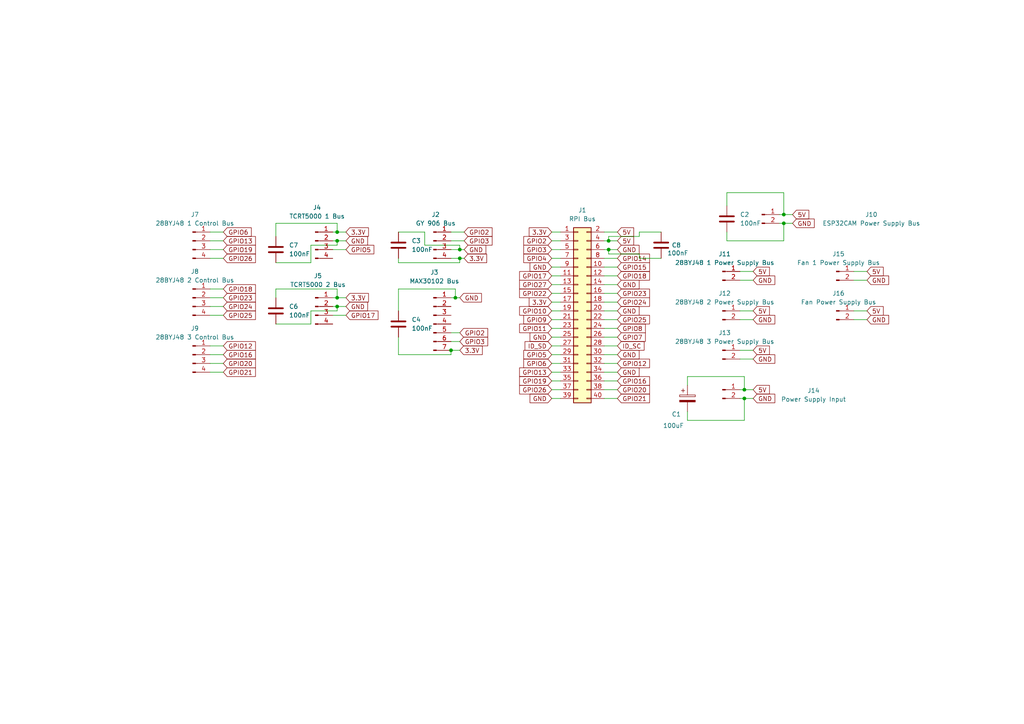
<source format=kicad_sch>
(kicad_sch (version 20231120) (generator "eeschema") (generator_version "8.0")
  (paper "A4")
  (lib_symbols
    (symbol "Connector:Conn_01x02_Pin" (pin_names (offset 1.016) hide)
      (property "Reference" "J" (at 0 2.54 0))
      (property "Value" "Conn_01x02_Pin" (at 0 -5.08 0))
      (symbol "Conn_01x02_Pin_1_1"
        (polyline (pts (xy 1.27 -2.54) (xy 0.8636 -2.54)) (stroke (width 0.1524)))
        (polyline (pts (xy 1.27 0) (xy 0.8636 0)) (stroke (width 0.1524)))
        (rectangle (start 0.8636 -2.413) (end 0 -2.667) (stroke (width 0.1524)) (fill (type outline)))
        (rectangle (start 0.8636 0.127) (end 0 -0.127) (stroke (width 0.1524)) (fill (type outline)))
        (pin passive line (at 5.08 0 180) (length 3.81) (name "Pin_1") (number "1"))
        (pin passive line (at 5.08 -2.54 180) (length 3.81) (name "Pin_2") (number "2"))
      )
    )
    (symbol "Connector:Conn_01x04_Pin" (pin_names (offset 1.016) hide)
      (property "Reference" "J" (at 0 5.08 0))
      (property "Value" "Conn_01x04_Pin" (at 0 -7.62 0))
      (symbol "Conn_01x04_Pin_1_1"
        (polyline (pts (xy 1.27 -5.08) (xy 0.8636 -5.08)) (stroke (width 0.1524)))
        (polyline (pts (xy 1.27 -2.54) (xy 0.8636 -2.54)) (stroke (width 0.1524)))
        (polyline (pts (xy 1.27 0) (xy 0.8636 0)) (stroke (width 0.1524)))
        (polyline (pts (xy 1.27 2.54) (xy 0.8636 2.54)) (stroke (width 0.1524)))
        (rectangle (start 0.8636 -4.953) (end 0 -5.207) (stroke (width 0.1524)) (fill (type outline)))
        (rectangle (start 0.8636 -2.413) (end 0 -2.667) (stroke (width 0.1524)) (fill (type outline)))
        (rectangle (start 0.8636 0.127) (end 0 -0.127) (stroke (width 0.1524)) (fill (type outline)))
        (rectangle (start 0.8636 2.667) (end 0 2.413) (stroke (width 0.1524)) (fill (type outline)))
        (pin passive line (at 5.08 2.54 180) (length 3.81) (name "Pin_1") (number "1"))
        (pin passive line (at 5.08 0 180) (length 3.81) (name "Pin_2") (number "2"))
        (pin passive line (at 5.08 -2.54 180) (length 3.81) (name "Pin_3") (number "3"))
        (pin passive line (at 5.08 -5.08 180) (length 3.81) (name "Pin_4") (number "4"))
      )
    )
    (symbol "Connector:Conn_01x07_Pin" (pin_names (offset 1.016) hide)
      (property "Reference" "J" (at 0 10.16 0))
      (property "Value" "Conn_01x07_Pin" (at 0 -10.16 0))
      (symbol "Conn_01x07_Pin_1_1"
        (polyline (pts (xy 1.27 -7.62) (xy 0.8636 -7.62)) (stroke (width 0.1524)))
        (polyline (pts (xy 1.27 -5.08) (xy 0.8636 -5.08)) (stroke (width 0.1524)))
        (polyline (pts (xy 1.27 -2.54) (xy 0.8636 -2.54)) (stroke (width 0.1524)))
        (polyline (pts (xy 1.27 0) (xy 0.8636 0)) (stroke (width 0.1524)))
        (polyline (pts (xy 1.27 2.54) (xy 0.8636 2.54)) (stroke (width 0.1524)))
        (polyline (pts (xy 1.27 5.08) (xy 0.8636 5.08)) (stroke (width 0.1524)))
        (polyline (pts (xy 1.27 7.62) (xy 0.8636 7.62)) (stroke (width 0.1524)))
        (rectangle (start 0.8636 -7.493) (end 0 -7.747) (stroke (width 0.1524)) (fill (type outline)))
        (rectangle (start 0.8636 -4.953) (end 0 -5.207) (stroke (width 0.1524)) (fill (type outline)))
        (rectangle (start 0.8636 -2.413) (end 0 -2.667) (stroke (width 0.1524)) (fill (type outline)))
        (rectangle (start 0.8636 0.127) (end 0 -0.127) (stroke (width 0.1524)) (fill (type outline)))
        (rectangle (start 0.8636 2.667) (end 0 2.413) (stroke (width 0.1524)) (fill (type outline)))
        (rectangle (start 0.8636 5.207) (end 0 4.953) (stroke (width 0.1524)) (fill (type outline)))
        (rectangle (start 0.8636 7.747) (end 0 7.493) (stroke (width 0.1524)) (fill (type outline)))
        (pin passive line (at 5.08 7.62 180) (length 3.81) (name "Pin_1") (number "1"))
        (pin passive line (at 5.08 5.08 180) (length 3.81) (name "Pin_2") (number "2"))
        (pin passive line (at 5.08 2.54 180) (length 3.81) (name "Pin_3") (number "3"))
        (pin passive line (at 5.08 0 180) (length 3.81) (name "Pin_4") (number "4"))
        (pin passive line (at 5.08 -2.54 180) (length 3.81) (name "Pin_5") (number "5"))
        (pin passive line (at 5.08 -5.08 180) (length 3.81) (name "Pin_6") (number "6"))
        (pin passive line (at 5.08 -7.62 180) (length 3.81) (name "Pin_7") (number "7"))
      )
    )
    (symbol "Connector_Generic:Conn_02x20_Odd_Even" (pin_names (offset 1.016) hide)
      (property "Reference" "J" (at 1.27 25.4 0))
      (property "Value" "Conn_02x20_Odd_Even" (at 1.27 -27.94 0))
      (symbol "Conn_02x20_Odd_Even_1_1"
        (rectangle (start -1.27 -25.273) (end 0 -25.527) (stroke (width 0.1524)))
        (rectangle (start -1.27 -22.733) (end 0 -22.987) (stroke (width 0.1524)))
        (rectangle (start -1.27 -20.193) (end 0 -20.447) (stroke (width 0.1524)))
        (rectangle (start -1.27 -17.653) (end 0 -17.907) (stroke (width 0.1524)))
        (rectangle (start -1.27 -15.113) (end 0 -15.367) (stroke (width 0.1524)))
        (rectangle (start -1.27 -12.573) (end 0 -12.827) (stroke (width 0.1524)))
        (rectangle (start -1.27 -10.033) (end 0 -10.287) (stroke (width 0.1524)))
        (rectangle (start -1.27 -7.493) (end 0 -7.747) (stroke (width 0.1524)))
        (rectangle (start -1.27 -4.953) (end 0 -5.207) (stroke (width 0.1524)))
        (rectangle (start -1.27 -2.413) (end 0 -2.667) (stroke (width 0.1524)))
        (rectangle (start -1.27 0.127) (end 0 -0.127) (stroke (width 0.1524)))
        (rectangle (start -1.27 2.667) (end 0 2.413) (stroke (width 0.1524)))
        (rectangle (start -1.27 5.207) (end 0 4.953) (stroke (width 0.1524)))
        (rectangle (start -1.27 7.747) (end 0 7.493) (stroke (width 0.1524)))
        (rectangle (start -1.27 10.287) (end 0 10.033) (stroke (width 0.1524)))
        (rectangle (start -1.27 12.827) (end 0 12.573) (stroke (width 0.1524)))
        (rectangle (start -1.27 15.367) (end 0 15.113) (stroke (width 0.1524)))
        (rectangle (start -1.27 17.907) (end 0 17.653) (stroke (width 0.1524)))
        (rectangle (start -1.27 20.447) (end 0 20.193) (stroke (width 0.1524)))
        (rectangle (start -1.27 22.987) (end 0 22.733) (stroke (width 0.1524)))
        (rectangle (start -1.27 24.13) (end 3.81 -26.67) (stroke (width 0.254)) (fill (type background)))
        (rectangle (start 3.81 -25.273) (end 2.54 -25.527) (stroke (width 0.1524)))
        (rectangle (start 3.81 -22.733) (end 2.54 -22.987) (stroke (width 0.1524)))
        (rectangle (start 3.81 -20.193) (end 2.54 -20.447) (stroke (width 0.1524)))
        (rectangle (start 3.81 -17.653) (end 2.54 -17.907) (stroke (width 0.1524)))
        (rectangle (start 3.81 -15.113) (end 2.54 -15.367) (stroke (width 0.1524)))
        (rectangle (start 3.81 -12.573) (end 2.54 -12.827) (stroke (width 0.1524)))
        (rectangle (start 3.81 -10.033) (end 2.54 -10.287) (stroke (width 0.1524)))
        (rectangle (start 3.81 -7.493) (end 2.54 -7.747) (stroke (width 0.1524)))
        (rectangle (start 3.81 -4.953) (end 2.54 -5.207) (stroke (width 0.1524)))
        (rectangle (start 3.81 -2.413) (end 2.54 -2.667) (stroke (width 0.1524)))
        (rectangle (start 3.81 0.127) (end 2.54 -0.127) (stroke (width 0.1524)))
        (rectangle (start 3.81 2.667) (end 2.54 2.413) (stroke (width 0.1524)))
        (rectangle (start 3.81 5.207) (end 2.54 4.953) (stroke (width 0.1524)))
        (rectangle (start 3.81 7.747) (end 2.54 7.493) (stroke (width 0.1524)))
        (rectangle (start 3.81 10.287) (end 2.54 10.033) (stroke (width 0.1524)))
        (rectangle (start 3.81 12.827) (end 2.54 12.573) (stroke (width 0.1524)))
        (rectangle (start 3.81 15.367) (end 2.54 15.113) (stroke (width 0.1524)))
        (rectangle (start 3.81 17.907) (end 2.54 17.653) (stroke (width 0.1524)))
        (rectangle (start 3.81 20.447) (end 2.54 20.193) (stroke (width 0.1524)))
        (rectangle (start 3.81 22.987) (end 2.54 22.733) (stroke (width 0.1524)))
        (pin passive line (at -5.08 22.86 0) (length 3.81) (name "Pin_1") (number "1"))
        (pin passive line (at 7.62 12.7 180) (length 3.81) (name "Pin_10") (number "10"))
        (pin passive line (at -5.08 10.16 0) (length 3.81) (name "Pin_11") (number "11"))
        (pin passive line (at 7.62 10.16 180) (length 3.81) (name "Pin_12") (number "12"))
        (pin passive line (at -5.08 7.62 0) (length 3.81) (name "Pin_13") (number "13"))
        (pin passive line (at 7.62 7.62 180) (length 3.81) (name "Pin_14") (number "14"))
        (pin passive line (at -5.08 5.08 0) (length 3.81) (name "Pin_15") (number "15"))
        (pin passive line (at 7.62 5.08 180) (length 3.81) (name "Pin_16") (number "16"))
        (pin passive line (at -5.08 2.54 0) (length 3.81) (name "Pin_17") (number "17"))
        (pin passive line (at 7.62 2.54 180) (length 3.81) (name "Pin_18") (number "18"))
        (pin passive line (at -5.08 0 0) (length 3.81) (name "Pin_19") (number "19"))
        (pin passive line (at 7.62 22.86 180) (length 3.81) (name "Pin_2") (number "2"))
        (pin passive line (at 7.62 0 180) (length 3.81) (name "Pin_20") (number "20"))
        (pin passive line (at -5.08 -2.54 0) (length 3.81) (name "Pin_21") (number "21"))
        (pin passive line (at 7.62 -2.54 180) (length 3.81) (name "Pin_22") (number "22"))
        (pin passive line (at -5.08 -5.08 0) (length 3.81) (name "Pin_23") (number "23"))
        (pin passive line (at 7.62 -5.08 180) (length 3.81) (name "Pin_24") (number "24"))
        (pin passive line (at -5.08 -7.62 0) (length 3.81) (name "Pin_25") (number "25"))
        (pin passive line (at 7.62 -7.62 180) (length 3.81) (name "Pin_26") (number "26"))
        (pin passive line (at -5.08 -10.16 0) (length 3.81) (name "Pin_27") (number "27"))
        (pin passive line (at 7.62 -10.16 180) (length 3.81) (name "Pin_28") (number "28"))
        (pin passive line (at -5.08 -12.7 0) (length 3.81) (name "Pin_29") (number "29"))
        (pin passive line (at -5.08 20.32 0) (length 3.81) (name "Pin_3") (number "3"))
        (pin passive line (at 7.62 -12.7 180) (length 3.81) (name "Pin_30") (number "30"))
        (pin passive line (at -5.08 -15.24 0) (length 3.81) (name "Pin_31") (number "31"))
        (pin passive line (at 7.62 -15.24 180) (length 3.81) (name "Pin_32") (number "32"))
        (pin passive line (at -5.08 -17.78 0) (length 3.81) (name "Pin_33") (number "33"))
        (pin passive line (at 7.62 -17.78 180) (length 3.81) (name "Pin_34") (number "34"))
        (pin passive line (at -5.08 -20.32 0) (length 3.81) (name "Pin_35") (number "35"))
        (pin passive line (at 7.62 -20.32 180) (length 3.81) (name "Pin_36") (number "36"))
        (pin passive line (at -5.08 -22.86 0) (length 3.81) (name "Pin_37") (number "37"))
        (pin passive line (at 7.62 -22.86 180) (length 3.81) (name "Pin_38") (number "38"))
        (pin passive line (at -5.08 -25.4 0) (length 3.81) (name "Pin_39") (number "39"))
        (pin passive line (at 7.62 20.32 180) (length 3.81) (name "Pin_4") (number "4"))
        (pin passive line (at 7.62 -25.4 180) (length 3.81) (name "Pin_40") (number "40"))
        (pin passive line (at -5.08 17.78 0) (length 3.81) (name "Pin_5") (number "5"))
        (pin passive line (at 7.62 17.78 180) (length 3.81) (name "Pin_6") (number "6"))
        (pin passive line (at -5.08 15.24 0) (length 3.81) (name "Pin_7") (number "7"))
        (pin passive line (at 7.62 15.24 180) (length 3.81) (name "Pin_8") (number "8"))
        (pin passive line (at -5.08 12.7 0) (length 3.81) (name "Pin_9") (number "9"))
      )
    )
    (symbol "Device:C" (pin_numbers hide) (pin_names (offset 0.254))
      (property "Reference" "C" (at 0.635 2.54 0))
      (property "Value" "C" (at 0.635 -2.54 0))
      (symbol "C_0_1"
        (polyline (pts (xy -2.032 -0.762) (xy 2.032 -0.762)) (stroke (width 0.508)))
        (polyline (pts (xy -2.032 0.762) (xy 2.032 0.762)) (stroke (width 0.508)))
      )
      (symbol "C_1_1"
        (pin passive line (at 0 3.81 270) (length 2.794) (name "~") (number "1"))
        (pin passive line (at 0 -3.81 90) (length 2.794) (name "~") (number "2"))
      )
    )
    (symbol "Device:C_Polarized" (pin_numbers hide) (pin_names (offset 0.254))
      (property "Reference" "C" (at 0.635 2.54 0))
      (property "Value" "C_Polarized" (at 0.635 -2.54 0))
      (symbol "C_Polarized_0_1"
        (rectangle (start -2.286 0.508) (end 2.286 1.016))
        (polyline (pts (xy -1.778 2.286) (xy -0.762 2.286)))
        (polyline (pts (xy -1.27 2.794) (xy -1.27 1.778)))
        (rectangle (start 2.286 -0.508) (end -2.286 -1.016) (fill (type outline)))
      )
      (symbol "C_Polarized_1_1"
        (pin passive line (at 0 3.81 270) (length 2.794) (name "~") (number "1"))
        (pin passive line (at 0 -3.81 90) (length 2.794) (name "~") (number "2"))
      )
    )
  )
  (junction (at 176.53 69.85))
  (junction (at 227.33 64.77))
  (junction (at 132.08 86.36))
  (junction (at 176.53 72.39))
  (junction (at 130.81 101.6))
  (junction (at 227.33 62.23))
  (junction (at 97.79 88.9))
  (junction (at 97.79 69.85))
  (junction (at 215.9 115.57))
  (junction (at 133.35 72.39))
  (junction (at 97.79 86.36))
  (junction (at 215.9 113.03))
  (junction (at 97.79 67.31))
  (junction (at 133.35 74.93))
  (wire (pts (xy 185.42 68.58) (xy 176.53 68.58)))
  (wire (pts (xy 175.26 107.95) (xy 179.07 107.95)))
  (wire (pts (xy 175.26 69.85) (xy 176.53 69.85)))
  (wire (pts (xy 115.57 74.93) (xy 115.57 76.2)))
  (wire (pts (xy 132.08 86.36) (xy 133.35 86.36)))
  (wire (pts (xy 175.26 97.79) (xy 179.07 97.79)))
  (wire (pts (xy 227.33 62.23) (xy 229.87 62.23)))
  (wire (pts (xy 175.26 67.31) (xy 179.07 67.31)))
  (wire (pts (xy 97.79 64.77) (xy 97.79 67.31)))
  (wire (pts (xy 96.52 86.36) (xy 97.79 86.36)))
  (wire (pts (xy 130.81 101.6) (xy 133.35 101.6)))
  (wire (pts (xy 175.26 87.63) (xy 179.07 87.63)))
  (wire (pts (xy 175.26 113.03) (xy 179.07 113.03)))
  (wire (pts (xy 160.02 74.93) (xy 162.56 74.93)))
  (wire (pts (xy 199.39 121.92) (xy 215.9 121.92)))
  (wire (pts (xy 175.26 77.47) (xy 179.07 77.47)))
  (wire (pts (xy 130.81 96.52) (xy 133.35 96.52)))
  (wire (pts (xy 60.96 107.95) (xy 64.77 107.95)))
  (wire (pts (xy 227.33 55.88) (xy 227.33 62.23)))
  (wire (pts (xy 115.57 97.79) (xy 115.57 102.87)))
  (wire (pts (xy 97.79 69.85) (xy 100.33 69.85)))
  (wire (pts (xy 123.19 67.31) (xy 123.19 71.12)))
  (wire (pts (xy 80.01 68.58) (xy 80.01 64.77)))
  (wire (pts (xy 97.79 88.9) (xy 100.33 88.9)))
  (wire (pts (xy 160.02 105.41) (xy 162.56 105.41)))
  (wire (pts (xy 215.9 109.22) (xy 215.9 113.03)))
  (wire (pts (xy 160.02 102.87) (xy 162.56 102.87)))
  (wire (pts (xy 160.02 77.47) (xy 162.56 77.47)))
  (wire (pts (xy 175.26 74.93) (xy 179.07 74.93)))
  (wire (pts (xy 176.53 68.58) (xy 176.53 69.85)))
  (wire (pts (xy 210.82 55.88) (xy 227.33 55.88)))
  (wire (pts (xy 176.53 73.66) (xy 176.53 72.39)))
  (wire (pts (xy 199.39 109.22) (xy 215.9 109.22)))
  (wire (pts (xy 80.01 76.2) (xy 90.17 76.2)))
  (wire (pts (xy 90.17 76.2) (xy 90.17 71.12)))
  (wire (pts (xy 214.63 113.03) (xy 215.9 113.03)))
  (wire (pts (xy 215.9 115.57) (xy 218.44 115.57)))
  (wire (pts (xy 199.39 119.38) (xy 199.39 121.92)))
  (wire (pts (xy 215.9 121.92) (xy 215.9 115.57)))
  (wire (pts (xy 160.02 115.57) (xy 162.56 115.57)))
  (wire (pts (xy 96.52 91.44) (xy 100.33 91.44)))
  (wire (pts (xy 130.81 99.06) (xy 133.35 99.06)))
  (wire (pts (xy 130.81 69.85) (xy 134.62 69.85)))
  (wire (pts (xy 160.02 85.09) (xy 162.56 85.09)))
  (wire (pts (xy 160.02 82.55) (xy 162.56 82.55)))
  (wire (pts (xy 60.96 105.41) (xy 64.77 105.41)))
  (wire (pts (xy 60.96 72.39) (xy 64.77 72.39)))
  (wire (pts (xy 115.57 67.31) (xy 123.19 67.31)))
  (wire (pts (xy 97.79 71.12) (xy 97.79 69.85)))
  (wire (pts (xy 191.77 74.93) (xy 185.42 74.93)))
  (wire (pts (xy 226.06 64.77) (xy 227.33 64.77)))
  (wire (pts (xy 97.79 90.17) (xy 97.79 88.9)))
  (wire (pts (xy 133.35 71.12) (xy 133.35 72.39)))
  (wire (pts (xy 160.02 100.33) (xy 162.56 100.33)))
  (wire (pts (xy 247.65 90.17) (xy 251.46 90.17)))
  (wire (pts (xy 247.65 78.74) (xy 251.46 78.74)))
  (wire (pts (xy 80.01 64.77) (xy 97.79 64.77)))
  (wire (pts (xy 175.26 100.33) (xy 179.07 100.33)))
  (wire (pts (xy 96.52 67.31) (xy 97.79 67.31)))
  (wire (pts (xy 115.57 102.87) (xy 130.81 102.87)))
  (wire (pts (xy 214.63 81.28) (xy 218.44 81.28)))
  (wire (pts (xy 80.01 83.82) (xy 97.79 83.82)))
  (wire (pts (xy 132.08 86.36) (xy 130.81 86.36)))
  (wire (pts (xy 175.26 85.09) (xy 179.07 85.09)))
  (wire (pts (xy 60.96 102.87) (xy 64.77 102.87)))
  (wire (pts (xy 185.42 67.31) (xy 185.42 68.58)))
  (wire (pts (xy 115.57 76.2) (xy 133.35 76.2)))
  (wire (pts (xy 214.63 115.57) (xy 215.9 115.57)))
  (wire (pts (xy 123.19 71.12) (xy 133.35 71.12)))
  (wire (pts (xy 175.26 80.01) (xy 179.07 80.01)))
  (wire (pts (xy 160.02 69.85) (xy 162.56 69.85)))
  (wire (pts (xy 176.53 69.85) (xy 179.07 69.85)))
  (wire (pts (xy 214.63 101.6) (xy 218.44 101.6)))
  (wire (pts (xy 175.26 115.57) (xy 179.07 115.57)))
  (wire (pts (xy 130.81 72.39) (xy 133.35 72.39)))
  (wire (pts (xy 215.9 113.03) (xy 218.44 113.03)))
  (wire (pts (xy 176.53 72.39) (xy 179.07 72.39)))
  (wire (pts (xy 60.96 74.93) (xy 64.77 74.93)))
  (wire (pts (xy 60.96 69.85) (xy 64.77 69.85)))
  (wire (pts (xy 60.96 83.82) (xy 64.77 83.82)))
  (wire (pts (xy 97.79 86.36) (xy 100.33 86.36)))
  (wire (pts (xy 160.02 113.03) (xy 162.56 113.03)))
  (wire (pts (xy 97.79 83.82) (xy 97.79 86.36)))
  (wire (pts (xy 96.52 88.9) (xy 97.79 88.9)))
  (wire (pts (xy 160.02 92.71) (xy 162.56 92.71)))
  (wire (pts (xy 175.26 105.41) (xy 179.07 105.41)))
  (wire (pts (xy 175.26 102.87) (xy 179.07 102.87)))
  (wire (pts (xy 199.39 111.76) (xy 199.39 109.22)))
  (wire (pts (xy 97.79 67.31) (xy 100.33 67.31)))
  (wire (pts (xy 247.65 92.71) (xy 251.46 92.71)))
  (wire (pts (xy 115.57 83.82) (xy 132.08 83.82)))
  (wire (pts (xy 130.81 74.93) (xy 133.35 74.93)))
  (wire (pts (xy 227.33 64.77) (xy 229.87 64.77)))
  (wire (pts (xy 160.02 87.63) (xy 162.56 87.63)))
  (wire (pts (xy 60.96 100.33) (xy 64.77 100.33)))
  (wire (pts (xy 227.33 69.85) (xy 227.33 64.77)))
  (wire (pts (xy 160.02 67.31) (xy 162.56 67.31)))
  (wire (pts (xy 214.63 78.74) (xy 218.44 78.74)))
  (wire (pts (xy 132.08 83.82) (xy 132.08 86.36)))
  (wire (pts (xy 214.63 92.71) (xy 218.44 92.71)))
  (wire (pts (xy 191.77 67.31) (xy 185.42 67.31)))
  (wire (pts (xy 210.82 67.31) (xy 210.82 69.85)))
  (wire (pts (xy 160.02 95.25) (xy 162.56 95.25)))
  (wire (pts (xy 133.35 76.2) (xy 133.35 74.93)))
  (wire (pts (xy 175.26 72.39) (xy 176.53 72.39)))
  (wire (pts (xy 90.17 90.17) (xy 97.79 90.17)))
  (wire (pts (xy 160.02 110.49) (xy 162.56 110.49)))
  (wire (pts (xy 160.02 80.01) (xy 162.56 80.01)))
  (wire (pts (xy 90.17 93.98) (xy 90.17 90.17)))
  (wire (pts (xy 185.42 74.93) (xy 185.42 73.66)))
  (wire (pts (xy 133.35 74.93) (xy 134.62 74.93)))
  (wire (pts (xy 115.57 90.17) (xy 115.57 83.82)))
  (wire (pts (xy 160.02 97.79) (xy 162.56 97.79)))
  (wire (pts (xy 210.82 69.85) (xy 227.33 69.85)))
  (wire (pts (xy 60.96 86.36) (xy 64.77 86.36)))
  (wire (pts (xy 247.65 81.28) (xy 251.46 81.28)))
  (wire (pts (xy 175.26 95.25) (xy 179.07 95.25)))
  (wire (pts (xy 60.96 88.9) (xy 64.77 88.9)))
  (wire (pts (xy 130.81 102.87) (xy 130.81 101.6)))
  (wire (pts (xy 96.52 72.39) (xy 100.33 72.39)))
  (wire (pts (xy 210.82 59.69) (xy 210.82 55.88)))
  (wire (pts (xy 90.17 71.12) (xy 97.79 71.12)))
  (wire (pts (xy 214.63 104.14) (xy 218.44 104.14)))
  (wire (pts (xy 130.81 67.31) (xy 134.62 67.31)))
  (wire (pts (xy 60.96 67.31) (xy 64.77 67.31)))
  (wire (pts (xy 214.63 90.17) (xy 218.44 90.17)))
  (wire (pts (xy 133.35 72.39) (xy 134.62 72.39)))
  (wire (pts (xy 175.26 110.49) (xy 179.07 110.49)))
  (wire (pts (xy 80.01 93.98) (xy 90.17 93.98)))
  (wire (pts (xy 175.26 90.17) (xy 179.07 90.17)))
  (wire (pts (xy 160.02 72.39) (xy 162.56 72.39)))
  (wire (pts (xy 160.02 107.95) (xy 162.56 107.95)))
  (wire (pts (xy 60.96 91.44) (xy 64.77 91.44)))
  (wire (pts (xy 175.26 82.55) (xy 179.07 82.55)))
  (wire (pts (xy 80.01 86.36) (xy 80.01 83.82)))
  (wire (pts (xy 226.06 62.23) (xy 227.33 62.23)))
  (wire (pts (xy 160.02 90.17) (xy 162.56 90.17)))
  (wire (pts (xy 175.26 92.71) (xy 179.07 92.71)))
  (wire (pts (xy 185.42 73.66) (xy 176.53 73.66)))
  (wire (pts (xy 96.52 69.85) (xy 97.79 69.85)))
  (global_label "GPIO14" (shape input) (at 179.07 74.93 0) (property "Intersheetrefs" "${INTERSHEET_REFS}" (effects (hide yes))))
  (global_label "5V" (shape input) (at 218.44 78.74 0) (property "Intersheetrefs" "${INTERSHEET_REFS}" (effects (hide yes))))
  (global_label "3.3V" (shape input) (at 100.33 67.31 0) (property "Intersheetrefs" "${INTERSHEET_REFS}" (effects (hide yes))))
  (global_label "GND" (shape input) (at 251.46 92.71 0) (property "Intersheetrefs" "${INTERSHEET_REFS}" (effects (hide yes))))
  (global_label "GPIO26" (shape input) (at 64.77 74.93 0) (property "Intersheetrefs" "${INTERSHEET_REFS}" (effects (hide yes))))
  (global_label "GND" (shape input) (at 218.44 104.14 0) (property "Intersheetrefs" "${INTERSHEET_REFS}" (effects (hide yes))))
  (global_label "GPIO18" (shape input) (at 179.07 80.01 0) (property "Intersheetrefs" "${INTERSHEET_REFS}" (effects (hide yes))))
  (global_label "3.3V" (shape input) (at 133.35 101.6 0) (property "Intersheetrefs" "${INTERSHEET_REFS}" (effects (hide yes))))
  (global_label "GND" (shape input) (at 100.33 69.85 0) (property "Intersheetrefs" "${INTERSHEET_REFS}" (effects (hide yes))))
  (global_label "GPIO21" (shape input) (at 179.07 115.57 0) (property "Intersheetrefs" "${INTERSHEET_REFS}" (effects (hide yes))))
  (global_label "GPIO25" (shape input) (at 64.77 91.44 0) (property "Intersheetrefs" "${INTERSHEET_REFS}" (effects (hide yes))))
  (global_label "GPIO2" (shape input) (at 134.62 67.31 0) (property "Intersheetrefs" "${INTERSHEET_REFS}" (effects (hide yes))))
  (global_label "GND" (shape input) (at 160.02 115.57 180) (property "Intersheetrefs" "${INTERSHEET_REFS}" (effects (hide yes))))
  (global_label "GPIO16" (shape input) (at 179.07 110.49 0) (property "Intersheetrefs" "${INTERSHEET_REFS}" (effects (hide yes))))
  (global_label "5V" (shape input) (at 229.87 62.23 0) (property "Intersheetrefs" "${INTERSHEET_REFS}" (effects (hide yes))))
  (global_label "GPIO11" (shape input) (at 160.02 95.25 180) (property "Intersheetrefs" "${INTERSHEET_REFS}" (effects (hide yes))))
  (global_label "GPIO24" (shape input) (at 64.77 88.9 0) (property "Intersheetrefs" "${INTERSHEET_REFS}" (effects (hide yes))))
  (global_label "GND" (shape input) (at 229.87 64.77 0) (property "Intersheetrefs" "${INTERSHEET_REFS}" (effects (hide yes))))
  (global_label "GND" (shape input) (at 179.07 102.87 0) (property "Intersheetrefs" "${INTERSHEET_REFS}" (effects (hide yes))))
  (global_label "5V" (shape input) (at 218.44 113.03 0) (property "Intersheetrefs" "${INTERSHEET_REFS}" (effects (hide yes))))
  (global_label "5V" (shape input) (at 251.46 90.17 0) (property "Intersheetrefs" "${INTERSHEET_REFS}" (effects (hide yes))))
  (global_label "GPIO10" (shape input) (at 160.02 90.17 180) (property "Intersheetrefs" "${INTERSHEET_REFS}" (effects (hide yes))))
  (global_label "GPIO13" (shape input) (at 160.02 107.95 180) (property "Intersheetrefs" "${INTERSHEET_REFS}" (effects (hide yes))))
  (global_label "GND" (shape input) (at 179.07 82.55 0) (property "Intersheetrefs" "${INTERSHEET_REFS}" (effects (hide yes))))
  (global_label "GPIO12" (shape input) (at 179.07 105.41 0) (property "Intersheetrefs" "${INTERSHEET_REFS}" (effects (hide yes))))
  (global_label "GPIO23" (shape input) (at 64.77 86.36 0) (property "Intersheetrefs" "${INTERSHEET_REFS}" (effects (hide yes))))
  (global_label "GPIO25" (shape input) (at 179.07 92.71 0) (property "Intersheetrefs" "${INTERSHEET_REFS}" (effects (hide yes))))
  (global_label "GPIO20" (shape input) (at 179.07 113.03 0) (property "Intersheetrefs" "${INTERSHEET_REFS}" (effects (hide yes))))
  (global_label "GND" (shape input) (at 160.02 77.47 180) (property "Intersheetrefs" "${INTERSHEET_REFS}" (effects (hide yes))))
  (global_label "GND" (shape input) (at 251.46 81.28 0) (property "Intersheetrefs" "${INTERSHEET_REFS}" (effects (hide yes))))
  (global_label "GPIO21" (shape input) (at 64.77 107.95 0) (property "Intersheetrefs" "${INTERSHEET_REFS}" (effects (hide yes))))
  (global_label "3.3V" (shape input) (at 134.62 74.93 0) (property "Intersheetrefs" "${INTERSHEET_REFS}" (effects (hide yes))))
  (global_label "GPIO9" (shape input) (at 160.02 92.71 180) (property "Intersheetrefs" "${INTERSHEET_REFS}" (effects (hide yes))))
  (global_label "5V" (shape input) (at 218.44 101.6 0) (property "Intersheetrefs" "${INTERSHEET_REFS}" (effects (hide yes))))
  (global_label "GPIO20" (shape input) (at 64.77 105.41 0) (property "Intersheetrefs" "${INTERSHEET_REFS}" (effects (hide yes))))
  (global_label "GPIO6" (shape input) (at 160.02 105.41 180) (property "Intersheetrefs" "${INTERSHEET_REFS}" (effects (hide yes))))
  (global_label "GPIO3" (shape input) (at 134.62 69.85 0) (property "Intersheetrefs" "${INTERSHEET_REFS}" (effects (hide yes))))
  (global_label "GPIO15" (shape input) (at 179.07 77.47 0) (property "Intersheetrefs" "${INTERSHEET_REFS}" (effects (hide yes))))
  (global_label "5V" (shape input) (at 179.07 67.31 0) (property "Intersheetrefs" "${INTERSHEET_REFS}" (effects (hide yes))))
  (global_label "GND" (shape input) (at 179.07 72.39 0) (property "Intersheetrefs" "${INTERSHEET_REFS}" (effects (hide yes))))
  (global_label "GPIO2" (shape input) (at 133.35 96.52 0) (property "Intersheetrefs" "${INTERSHEET_REFS}" (effects (hide yes))))
  (global_label "GPIO6" (shape input) (at 64.77 67.31 0) (property "Intersheetrefs" "${INTERSHEET_REFS}" (effects (hide yes))))
  (global_label "GPIO8" (shape input) (at 179.07 95.25 0) (property "Intersheetrefs" "${INTERSHEET_REFS}" (effects (hide yes))))
  (global_label "5V" (shape input) (at 251.46 78.74 0) (property "Intersheetrefs" "${INTERSHEET_REFS}" (effects (hide yes))))
  (global_label "GND" (shape input) (at 179.07 107.95 0) (property "Intersheetrefs" "${INTERSHEET_REFS}" (effects (hide yes))))
  (global_label "5V" (shape input) (at 179.07 69.85 0) (property "Intersheetrefs" "${INTERSHEET_REFS}" (effects (hide yes))))
  (global_label "GPIO2" (shape input) (at 160.02 69.85 180) (property "Intersheetrefs" "${INTERSHEET_REFS}" (effects (hide yes))))
  (global_label "GND" (shape input) (at 100.33 88.9 0) (property "Intersheetrefs" "${INTERSHEET_REFS}" (effects (hide yes))))
  (global_label "GND" (shape input) (at 133.35 86.36 0) (property "Intersheetrefs" "${INTERSHEET_REFS}" (effects (hide yes))))
  (global_label "ID_SC" (shape input) (at 179.07 100.33 0) (property "Intersheetrefs" "${INTERSHEET_REFS}" (effects (hide yes))))
  (global_label "GND" (shape input) (at 218.44 81.28 0) (property "Intersheetrefs" "${INTERSHEET_REFS}" (effects (hide yes))))
  (global_label "GPIO7" (shape input) (at 179.07 97.79 0) (property "Intersheetrefs" "${INTERSHEET_REFS}" (effects (hide yes))))
  (global_label "GPIO22" (shape input) (at 160.02 85.09 180) (property "Intersheetrefs" "${INTERSHEET_REFS}" (effects (hide yes))))
  (global_label "ID_SD" (shape input) (at 160.02 100.33 180) (property "Intersheetrefs" "${INTERSHEET_REFS}" (effects (hide yes))))
  (global_label "GPIO19" (shape input) (at 64.77 72.39 0) (property "Intersheetrefs" "${INTERSHEET_REFS}" (effects (hide yes))))
  (global_label "GPIO16" (shape input) (at 64.77 102.87 0) (property "Intersheetrefs" "${INTERSHEET_REFS}" (effects (hide yes))))
  (global_label "GPIO3" (shape input) (at 133.35 99.06 0) (property "Intersheetrefs" "${INTERSHEET_REFS}" (effects (hide yes))))
  (global_label "3.3V" (shape input) (at 160.02 67.31 180) (property "Intersheetrefs" "${INTERSHEET_REFS}" (effects (hide yes))))
  (global_label "GND" (shape input) (at 179.07 90.17 0) (property "Intersheetrefs" "${INTERSHEET_REFS}" (effects (hide yes))))
  (global_label "GND" (shape input) (at 160.02 97.79 180) (property "Intersheetrefs" "${INTERSHEET_REFS}" (effects (hide yes))))
  (global_label "GPIO26" (shape input) (at 160.02 113.03 180) (property "Intersheetrefs" "${INTERSHEET_REFS}" (effects (hide yes))))
  (global_label "5V" (shape input) (at 218.44 90.17 0) (property "Intersheetrefs" "${INTERSHEET_REFS}" (effects (hide yes))))
  (global_label "GPIO24" (shape input) (at 179.07 87.63 0) (property "Intersheetrefs" "${INTERSHEET_REFS}" (effects (hide yes))))
  (global_label "GPIO18" (shape input) (at 64.77 83.82 0) (property "Intersheetrefs" "${INTERSHEET_REFS}" (effects (hide yes))))
  (global_label "GPIO5" (shape input) (at 160.02 102.87 180) (property "Intersheetrefs" "${INTERSHEET_REFS}" (effects (hide yes))))
  (global_label "GPIO12" (shape input) (at 64.77 100.33 0) (property "Intersheetrefs" "${INTERSHEET_REFS}" (effects (hide yes))))
  (global_label "GPIO17" (shape input) (at 100.33 91.44 0) (property "Intersheetrefs" "${INTERSHEET_REFS}" (effects (hide yes))))
  (global_label "GPIO19" (shape input) (at 160.02 110.49 180) (property "Intersheetrefs" "${INTERSHEET_REFS}" (effects (hide yes))))
  (global_label "GPIO27" (shape input) (at 160.02 82.55 180) (property "Intersheetrefs" "${INTERSHEET_REFS}" (effects (hide yes))))
  (global_label "GPIO4" (shape input) (at 160.02 74.93 180) (property "Intersheetrefs" "${INTERSHEET_REFS}" (effects (hide yes))))
  (global_label "3.3V" (shape input) (at 100.33 86.36 0) (property "Intersheetrefs" "${INTERSHEET_REFS}" (effects (hide yes))))
  (global_label "GND" (shape input) (at 134.62 72.39 0) (property "Intersheetrefs" "${INTERSHEET_REFS}" (effects (hide yes))))
  (global_label "GPIO23" (shape input) (at 179.07 85.09 0) (property "Intersheetrefs" "${INTERSHEET_REFS}" (effects (hide yes))))
  (global_label "GND" (shape input) (at 218.44 115.57 0) (property "Intersheetrefs" "${INTERSHEET_REFS}" (effects (hide yes))))
  (global_label "GPIO3" (shape input) (at 160.02 72.39 180) (property "Intersheetrefs" "${INTERSHEET_REFS}" (effects (hide yes))))
  (global_label "GPIO13" (shape input) (at 64.77 69.85 0) (property "Intersheetrefs" "${INTERSHEET_REFS}" (effects (hide yes))))
  (global_label "GND" (shape input) (at 218.44 92.71 0) (property "Intersheetrefs" "${INTERSHEET_REFS}" (effects (hide yes))))
  (global_label "GPIO5" (shape input) (at 100.33 72.39 0) (property "Intersheetrefs" "${INTERSHEET_REFS}" (effects (hide yes))))
  (global_label "GPIO17" (shape input) (at 160.02 80.01 180) (property "Intersheetrefs" "${INTERSHEET_REFS}" (effects (hide yes))))
  (global_label "3.3V" (shape input) (at 160.02 87.63 180) (property "Intersheetrefs" "${INTERSHEET_REFS}" (effects (hide yes))))
  (symbol (lib_id "Device:C") (at 191.77 71.12 0) (unit 1)
    (property "Reference" "C8" (at 194.818 71.12 0) (effects (justify left)))
    (property "Value" "100nF" (at 193.548 73.406 0) (effects (justify left)))
    (property "Footprint" "Capacitor_THT:C_Disc_D4.3mm_W1.9mm_P5.00mm" (effects (hide yes)))
    (property "Description" "Unpolarized capacitor" (effects (hide yes)))
  )
  (symbol (lib_id "Connector:Conn_01x02_Pin") (at 220.98 62.23 0) (unit 1)
    (property "Reference" "J10" (at 252.73 62.23 0))
    (property "Value" "ESP32CAM Power Supply Bus" (at 252.73 64.77 0))
    (property "Footprint" "Connector_PinHeader_2.54mm:PinHeader_1x02_P2.54mm_Vertical" (effects (hide yes)))
    (property "Description" "Generic connector, single row, 01x02, script generated" (effects (hide yes)))
  )
  (symbol (lib_id "Connector:Conn_01x02_Pin") (at 242.57 90.17 0) (unit 1)
    (property "Reference" "J16" (at 243.205 85.09 0))
    (property "Value" "Fan Power Supply Bus" (at 243.205 87.63 0))
    (property "Footprint" "Connector_PinHeader_2.54mm:PinHeader_1x02_P2.54mm_Vertical" (effects (hide yes)))
    (property "Description" "Generic connector, single row, 01x02, script generated" (effects (hide yes)))
  )
  (symbol (lib_id "Connector:Conn_01x04_Pin") (at 91.44 69.85 0) (unit 1)
    (property "Reference" "J4" (at 91.948 60.198 0))
    (property "Value" "TCRT5000 1 Bus" (at 91.948 62.738 0))
    (property "Footprint" "Connector_PinHeader_2.54mm:PinHeader_1x04_P2.54mm_Vertical" (effects (hide yes)))
    (property "Description" "Generic connector, single row, 01x04, script generated" (effects (hide yes)))
  )
  (symbol (lib_id "Connector:Conn_01x07_Pin") (at 125.73 93.98 0) (unit 1)
    (property "Reference" "J3" (at 125.984 78.994 0))
    (property "Value" "MAX30102 Bus" (at 125.984 81.534 0))
    (property "Footprint" "Connector_PinHeader_2.54mm:PinHeader_1x07_P2.54mm_Vertical" (effects (hide yes)))
    (property "Description" "Generic connector, single row, 01x07, script generated" (effects (hide yes)))
  )
  (symbol (lib_id "Connector:Conn_01x04_Pin") (at 55.88 86.36 0) (unit 1)
    (property "Reference" "J8" (at 56.515 78.74 0))
    (property "Value" "28BYJ48 2 Control Bus" (at 56.515 81.28 0))
    (property "Footprint" "Connector_PinHeader_2.54mm:PinHeader_1x04_P2.54mm_Vertical" (effects (hide yes)))
    (property "Description" "Generic connector, single row, 01x04, script generated" (effects (hide yes)))
  )
  (symbol (lib_id "Connector:Conn_01x04_Pin") (at 55.88 102.87 0) (unit 1)
    (property "Reference" "J9" (at 56.515 95.25 0))
    (property "Value" "28BYJ48 3 Control Bus" (at 56.515 97.79 0))
    (property "Footprint" "Connector_PinHeader_2.54mm:PinHeader_1x04_P2.54mm_Vertical" (effects (hide yes)))
    (property "Description" "Generic connector, single row, 01x04, script generated" (effects (hide yes)))
  )
  (symbol (lib_id "Device:C") (at 80.01 90.17 0) (unit 1)
    (property "Reference" "C6" (at 83.82 88.8999 0) (effects (justify left)))
    (property "Value" "100nF" (at 83.82 91.4399 0) (effects (justify left)))
    (property "Footprint" "Capacitor_THT:C_Disc_D4.3mm_W1.9mm_P5.00mm" (effects (hide yes)))
    (property "Description" "Unpolarized capacitor" (effects (hide yes)))
  )
  (symbol (lib_id "Connector:Conn_01x02_Pin") (at 209.55 101.6 0) (unit 1)
    (property "Reference" "J13" (at 210.185 96.52 0))
    (property "Value" "28BYJ48 3 Power Supply Bus" (at 210.185 99.06 0))
    (property "Footprint" "Connector_PinHeader_2.54mm:PinHeader_1x02_P2.54mm_Vertical" (effects (hide yes)))
    (property "Description" "Generic connector, single row, 01x02, script generated" (effects (hide yes)))
  )
  (symbol (lib_id "Connector:Conn_01x02_Pin") (at 209.55 113.03 0) (unit 1)
    (property "Reference" "J14" (at 235.966 113.284 0))
    (property "Value" "Power Supply Input" (at 235.966 115.824 0))
    (property "Footprint" "TerminalBlock:TerminalBlock_Xinya_XY308-2.54-2P_1x02_P2.54mm_Horizontal" (effects (hide yes)))
    (property "Description" "Generic connector, single row, 01x02, script generated" (effects (hide yes)))
  )
  (symbol (lib_id "Connector:Conn_01x02_Pin") (at 242.57 78.74 0) (unit 1)
    (property "Reference" "J15" (at 243.205 73.66 0))
    (property "Value" "Fan 1 Power Supply Bus" (at 243.205 76.2 0))
    (property "Footprint" "Connector_PinHeader_2.54mm:PinHeader_1x02_P2.54mm_Vertical" (effects (hide yes)))
    (property "Description" "Generic connector, single row, 01x02, script generated" (effects (hide yes)))
  )
  (symbol (lib_id "Device:C") (at 115.57 71.12 0) (unit 1)
    (property "Reference" "C3" (at 119.38 69.8499 0) (effects (justify left)))
    (property "Value" "100nF" (at 119.38 72.3899 0) (effects (justify left)))
    (property "Footprint" "Capacitor_THT:C_Disc_D4.3mm_W1.9mm_P5.00mm" (effects (hide yes)))
    (property "Description" "Unpolarized capacitor" (effects (hide yes)))
  )
  (symbol (lib_id "Connector:Conn_01x04_Pin") (at 125.73 69.85 0) (unit 1)
    (property "Reference" "J2" (at 126.365 62.23 0))
    (property "Value" "GY 906 Bus" (at 126.365 64.77 0))
    (property "Footprint" "Connector_PinHeader_2.54mm:PinHeader_1x04_P2.54mm_Vertical" (effects (hide yes)))
    (property "Description" "Generic connector, single row, 01x04, script generated" (effects (hide yes)))
  )
  (symbol (lib_id "Connector:Conn_01x04_Pin") (at 91.44 88.9 0) (unit 1)
    (property "Reference" "J5" (at 92.202 80.01 0))
    (property "Value" "TCRT5000 2 Bus" (at 92.202 82.55 0))
    (property "Footprint" "Connector_PinHeader_2.54mm:PinHeader_1x04_P2.54mm_Vertical" (effects (hide yes)))
    (property "Description" "Generic connector, single row, 01x04, script generated" (effects (hide yes)))
  )
  (symbol (lib_id "Device:C") (at 80.01 72.39 0) (unit 1)
    (property "Reference" "C7" (at 83.82 71.1199 0) (effects (justify left)))
    (property "Value" "100nF" (at 83.82 73.6599 0) (effects (justify left)))
    (property "Footprint" "Capacitor_THT:C_Disc_D4.3mm_W1.9mm_P5.00mm" (effects (hide yes)))
    (property "Description" "Unpolarized capacitor" (effects (hide yes)))
  )
  (symbol (lib_id "Connector:Conn_01x04_Pin") (at 55.88 69.85 0) (unit 1)
    (property "Reference" "J7" (at 56.515 62.23 0))
    (property "Value" "28BYJ48 1 Control Bus" (at 56.515 64.77 0))
    (property "Footprint" "Connector_PinHeader_2.54mm:PinHeader_1x04_P2.54mm_Vertical" (effects (hide yes)))
    (property "Description" "Generic connector, single row, 01x04, script generated" (effects (hide yes)))
  )
  (symbol (lib_id "Connector_Generic:Conn_02x20_Odd_Even") (at 167.64 90.17 0) (unit 1)
    (property "Reference" "J1" (at 168.91 60.96 0))
    (property "Value" "RPI Bus" (at 168.91 63.5 0))
    (property "Footprint" "Connector_PinHeader_2.54mm:PinHeader_2x20_P2.54mm_Vertical" (effects (hide yes)))
    (property "Description" "Generic connector, double row, 02x20, odd/even pin numbering scheme (row 1 odd numbers, row 2 even numbers), script generated (kicad-library-utils/schlib/autogen/connector/)" (effects (hide yes)))
  )
  (symbol (lib_id "Connector:Conn_01x02_Pin") (at 209.55 78.74 0) (unit 1)
    (property "Reference" "J11" (at 210.185 73.66 0))
    (property "Value" "28BYJ48 1 Power Supply Bus" (at 210.185 76.2 0))
    (property "Footprint" "Connector_PinHeader_2.54mm:PinHeader_1x02_P2.54mm_Vertical" (effects (hide yes)))
    (property "Description" "Generic connector, single row, 01x02, script generated" (effects (hide yes)))
  )
  (symbol (lib_id "Device:C") (at 115.57 93.98 0) (unit 1)
    (property "Reference" "C4" (at 119.38 92.7099 0) (effects (justify left)))
    (property "Value" "100nF" (at 119.38 95.2499 0) (effects (justify left)))
    (property "Footprint" "Capacitor_THT:C_Disc_D4.3mm_W1.9mm_P5.00mm" (effects (hide yes)))
    (property "Description" "Unpolarized capacitor" (effects (hide yes)))
  )
  (symbol (lib_id "Connector:Conn_01x02_Pin") (at 209.55 90.17 0) (unit 1)
    (property "Reference" "J12" (at 210.185 85.09 0))
    (property "Value" "28BYJ48 2 Power Supply Bus" (at 210.185 87.63 0))
    (property "Footprint" "Connector_PinHeader_2.54mm:PinHeader_1x02_P2.54mm_Vertical" (effects (hide yes)))
    (property "Description" "Generic connector, single row, 01x02, script generated" (effects (hide yes)))
  )
  (symbol (lib_id "Device:C_Polarized") (at 199.39 115.57 0) (unit 1)
    (property "Reference" "C1" (at 194.818 120.142 0) (effects (justify left)))
    (property "Value" "100uF" (at 192.278 123.444 0) (effects (justify left)))
    (property "Footprint" "Capacitor_THT:CP_Radial_D8.0mm_P5.00mm" (effects (hide yes)))
    (property "Description" "Polarized capacitor" (effects (hide yes)))
  )
  (symbol (lib_id "Device:C") (at 210.82 63.5 0) (unit 1)
    (property "Reference" "C2" (at 214.63 62.2299 0) (effects (justify left)))
    (property "Value" "100nF" (at 214.63 64.7699 0) (effects (justify left)))
    (property "Footprint" "Capacitor_THT:C_Disc_D4.3mm_W1.9mm_P5.00mm" (effects (hide yes)))
    (property "Description" "Unpolarized capacitor" (effects (hide yes)))
  )
)
</source>
